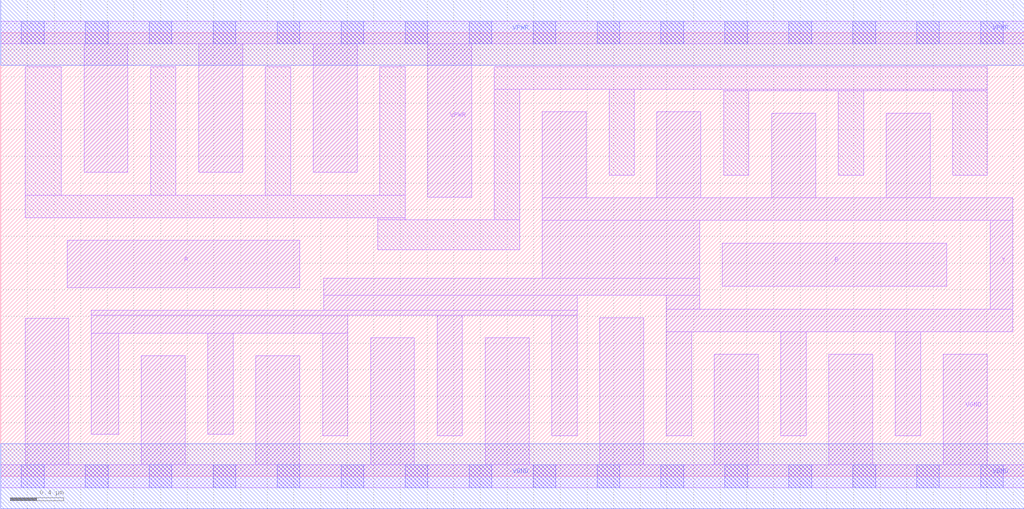
<source format=lef>
# Copyright 2020 The SkyWater PDK Authors
#
# Licensed under the Apache License, Version 2.0 (the "License");
# you may not use this file except in compliance with the License.
# You may obtain a copy of the License at
#
#     https://www.apache.org/licenses/LICENSE-2.0
#
# Unless required by applicable law or agreed to in writing, software
# distributed under the License is distributed on an "AS IS" BASIS,
# WITHOUT WARRANTIES OR CONDITIONS OF ANY KIND, either express or implied.
# See the License for the specific language governing permissions and
# limitations under the License.
#
# SPDX-License-Identifier: Apache-2.0

VERSION 5.7 ;
  NAMESCASESENSITIVE ON ;
  NOWIREEXTENSIONATPIN ON ;
  DIVIDERCHAR "/" ;
  BUSBITCHARS "[]" ;
UNITS
  DATABASE MICRONS 200 ;
END UNITS
MACRO sky130_fd_sc_lp__nor2_8
  CLASS CORE ;
  SOURCE USER ;
  FOREIGN sky130_fd_sc_lp__nor2_8 ;
  ORIGIN  0.000000  0.000000 ;
  SIZE  7.680000 BY  3.330000 ;
  SYMMETRY X Y R90 ;
  SITE unit ;
  PIN A
    ANTENNAGATEAREA  2.520000 ;
    DIRECTION INPUT ;
    USE SIGNAL ;
    PORT
      LAYER li1 ;
        RECT 0.500000 1.415000 2.245000 1.770000 ;
    END
  END A
  PIN B
    ANTENNAGATEAREA  2.520000 ;
    DIRECTION INPUT ;
    USE SIGNAL ;
    PORT
      LAYER li1 ;
        RECT 5.415000 1.425000 7.100000 1.750000 ;
    END
  END B
  PIN Y
    ANTENNADIFFAREA  3.292800 ;
    DIRECTION OUTPUT ;
    USE SIGNAL ;
    PORT
      LAYER li1 ;
        RECT 0.680000 0.315000 0.885000 1.075000 ;
        RECT 0.680000 1.075000 2.605000 1.210000 ;
        RECT 0.680000 1.210000 4.325000 1.245000 ;
        RECT 1.555000 0.315000 1.745000 1.075000 ;
        RECT 2.415000 0.305000 2.605000 1.075000 ;
        RECT 2.425000 1.245000 4.325000 1.360000 ;
        RECT 2.425000 1.360000 5.245000 1.485000 ;
        RECT 3.275000 0.305000 3.465000 1.210000 ;
        RECT 4.065000 1.485000 5.245000 1.920000 ;
        RECT 4.065000 1.920000 7.595000 2.090000 ;
        RECT 4.065000 2.090000 4.395000 2.735000 ;
        RECT 4.135000 0.305000 4.325000 1.210000 ;
        RECT 4.925000 2.090000 5.255000 2.735000 ;
        RECT 4.995000 0.305000 5.185000 1.085000 ;
        RECT 4.995000 1.085000 7.595000 1.255000 ;
        RECT 4.995000 1.255000 5.245000 1.360000 ;
        RECT 5.785000 2.090000 6.115000 2.725000 ;
        RECT 5.855000 0.305000 6.045000 1.085000 ;
        RECT 6.645000 2.090000 6.975000 2.725000 ;
        RECT 6.715000 0.305000 6.905000 1.085000 ;
        RECT 7.425000 1.255000 7.595000 1.920000 ;
    END
  END Y
  PIN VGND
    DIRECTION INOUT ;
    USE GROUND ;
    PORT
      LAYER li1 ;
        RECT 0.000000 -0.085000 7.680000 0.085000 ;
        RECT 0.185000  0.085000 0.510000 1.185000 ;
        RECT 1.055000  0.085000 1.385000 0.905000 ;
        RECT 1.915000  0.085000 2.245000 0.905000 ;
        RECT 2.775000  0.085000 3.105000 1.040000 ;
        RECT 3.635000  0.085000 3.965000 1.040000 ;
        RECT 4.495000  0.085000 4.825000 1.190000 ;
        RECT 5.355000  0.085000 5.685000 0.915000 ;
        RECT 6.215000  0.085000 6.545000 0.915000 ;
        RECT 7.075000  0.085000 7.405000 0.915000 ;
      LAYER mcon ;
        RECT 0.155000 -0.085000 0.325000 0.085000 ;
        RECT 0.635000 -0.085000 0.805000 0.085000 ;
        RECT 1.115000 -0.085000 1.285000 0.085000 ;
        RECT 1.595000 -0.085000 1.765000 0.085000 ;
        RECT 2.075000 -0.085000 2.245000 0.085000 ;
        RECT 2.555000 -0.085000 2.725000 0.085000 ;
        RECT 3.035000 -0.085000 3.205000 0.085000 ;
        RECT 3.515000 -0.085000 3.685000 0.085000 ;
        RECT 3.995000 -0.085000 4.165000 0.085000 ;
        RECT 4.475000 -0.085000 4.645000 0.085000 ;
        RECT 4.955000 -0.085000 5.125000 0.085000 ;
        RECT 5.435000 -0.085000 5.605000 0.085000 ;
        RECT 5.915000 -0.085000 6.085000 0.085000 ;
        RECT 6.395000 -0.085000 6.565000 0.085000 ;
        RECT 6.875000 -0.085000 7.045000 0.085000 ;
        RECT 7.355000 -0.085000 7.525000 0.085000 ;
      LAYER met1 ;
        RECT 0.000000 -0.245000 7.680000 0.245000 ;
    END
  END VGND
  PIN VPWR
    DIRECTION INOUT ;
    USE POWER ;
    PORT
      LAYER li1 ;
        RECT 0.000000 3.245000 7.680000 3.415000 ;
        RECT 0.625000 2.280000 0.955000 3.245000 ;
        RECT 1.485000 2.280000 1.815000 3.245000 ;
        RECT 2.345000 2.280000 2.675000 3.245000 ;
        RECT 3.205000 2.095000 3.535000 3.245000 ;
      LAYER mcon ;
        RECT 0.155000 3.245000 0.325000 3.415000 ;
        RECT 0.635000 3.245000 0.805000 3.415000 ;
        RECT 1.115000 3.245000 1.285000 3.415000 ;
        RECT 1.595000 3.245000 1.765000 3.415000 ;
        RECT 2.075000 3.245000 2.245000 3.415000 ;
        RECT 2.555000 3.245000 2.725000 3.415000 ;
        RECT 3.035000 3.245000 3.205000 3.415000 ;
        RECT 3.515000 3.245000 3.685000 3.415000 ;
        RECT 3.995000 3.245000 4.165000 3.415000 ;
        RECT 4.475000 3.245000 4.645000 3.415000 ;
        RECT 4.955000 3.245000 5.125000 3.415000 ;
        RECT 5.435000 3.245000 5.605000 3.415000 ;
        RECT 5.915000 3.245000 6.085000 3.415000 ;
        RECT 6.395000 3.245000 6.565000 3.415000 ;
        RECT 6.875000 3.245000 7.045000 3.415000 ;
        RECT 7.355000 3.245000 7.525000 3.415000 ;
      LAYER met1 ;
        RECT 0.000000 3.085000 7.680000 3.575000 ;
    END
  END VPWR
  OBS
    LAYER li1 ;
      RECT 0.185000 1.940000 3.035000 2.110000 ;
      RECT 0.185000 2.110000 0.455000 3.075000 ;
      RECT 1.125000 2.110000 1.315000 3.075000 ;
      RECT 1.985000 2.110000 2.175000 3.075000 ;
      RECT 2.830000 1.700000 3.895000 1.925000 ;
      RECT 2.830000 1.925000 3.035000 1.940000 ;
      RECT 2.845000 2.110000 3.035000 3.075000 ;
      RECT 3.705000 1.925000 3.895000 2.905000 ;
      RECT 3.705000 2.905000 7.405000 3.075000 ;
      RECT 4.565000 2.260000 4.755000 2.905000 ;
      RECT 5.425000 2.260000 5.615000 2.895000 ;
      RECT 5.425000 2.895000 7.405000 2.905000 ;
      RECT 6.285000 2.260000 6.475000 2.895000 ;
      RECT 7.145000 2.260000 7.405000 2.895000 ;
  END
END sky130_fd_sc_lp__nor2_8

</source>
